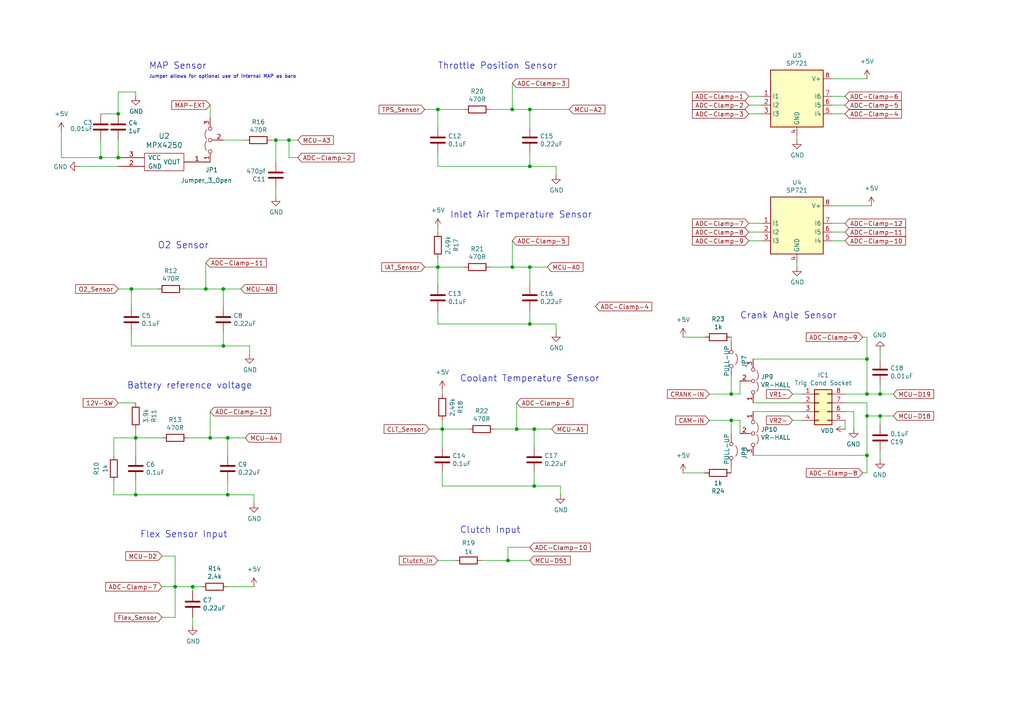
<source format=kicad_sch>
(kicad_sch (version 20231120) (generator "eeschema") (generator_version "8.0")
  (paper "A4")
  (lib_symbols
    (symbol "Connector_Generic:Conn_02x04_Counter_Clockwise" (pin_names (offset 1.016) hide)
      (property "Reference" "J" (at 1.27 5.08 0))
      (property "Value" "Conn_02x04_Counter_Clockwise" (at 1.27 -7.62 0))
      (symbol "Conn_02x04_Counter_Clockwise_1_1"
        (rectangle (start -1.27 -4.953) (end 0 -5.207) (stroke (width 0.1524)))
        (rectangle (start -1.27 -2.413) (end 0 -2.667) (stroke (width 0.1524)))
        (rectangle (start -1.27 0.127) (end 0 -0.127) (stroke (width 0.1524)))
        (rectangle (start -1.27 2.667) (end 0 2.413) (stroke (width 0.1524)))
        (rectangle (start -1.27 3.81) (end 3.81 -6.35) (stroke (width 0.254)) (fill (type background)))
        (rectangle (start 3.81 -4.953) (end 2.54 -5.207) (stroke (width 0.1524)))
        (rectangle (start 3.81 -2.413) (end 2.54 -2.667) (stroke (width 0.1524)))
        (rectangle (start 3.81 0.127) (end 2.54 -0.127) (stroke (width 0.1524)))
        (rectangle (start 3.81 2.667) (end 2.54 2.413) (stroke (width 0.1524)))
        (pin passive line (at -5.08 2.54 0) (length 3.81) (name "Pin_1") (number "1"))
        (pin passive line (at -5.08 0 0) (length 3.81) (name "Pin_2") (number "2"))
        (pin passive line (at -5.08 -2.54 0) (length 3.81) (name "Pin_3") (number "3"))
        (pin passive line (at -5.08 -5.08 0) (length 3.81) (name "Pin_4") (number "4"))
        (pin passive line (at 7.62 -5.08 180) (length 3.81) (name "Pin_5") (number "5"))
        (pin passive line (at 7.62 -2.54 180) (length 3.81) (name "Pin_6") (number "6"))
        (pin passive line (at 7.62 0 180) (length 3.81) (name "Pin_7") (number "7"))
        (pin passive line (at 7.62 2.54 180) (length 3.81) (name "Pin_8") (number "8"))
      )
    )
    (symbol "Device:C" (pin_numbers hide) (pin_names (offset 0.254))
      (property "Reference" "C" (at 0.635 2.54 0))
      (property "Value" "C" (at 0.635 -2.54 0))
      (symbol "C_0_1"
        (polyline (pts (xy -2.032 -0.762) (xy 2.032 -0.762)) (stroke (width 0.508)))
        (polyline (pts (xy -2.032 0.762) (xy 2.032 0.762)) (stroke (width 0.508)))
      )
      (symbol "C_1_1"
        (pin passive line (at 0 3.81 270) (length 2.794) (name "~") (number "1"))
        (pin passive line (at 0 -3.81 90) (length 2.794) (name "~") (number "2"))
      )
    )
    (symbol "Device:R" (pin_numbers hide) (pin_names (offset 0))
      (property "Reference" "R" (at 2.032 0 90))
      (property "Value" "R" (at 0 0 90))
      (symbol "R_0_1"
        (rectangle (start -1.016 -2.54) (end 1.016 2.54) (stroke (width 0.254)))
      )
      (symbol "R_1_1"
        (pin passive line (at 0 3.81 270) (length 1.27) (name "~") (number "1"))
        (pin passive line (at 0 -3.81 90) (length 1.27) (name "~") (number "2"))
      )
    )
    (symbol "IC_Automotive:SP721"
      (property "Reference" "U" (at 0 15.875 0))
      (property "Value" "IC_Automotive_SP721" (at 0 13.97 0))
      (symbol "SP721_0_1"
        (rectangle (start -7.62 -3.81) (end 7.62 12.7) (stroke (width 0.254)) (fill (type background)))
      )
      (symbol "SP721_1_1"
        (pin input line (at -10.16 5.08 0) (length 2.54) (name "I1") (number "1"))
        (pin input line (at -10.16 2.54 0) (length 2.54) (name "I2") (number "2"))
        (pin input line (at -10.16 0 0) (length 2.54) (name "I3") (number "3"))
        (pin power_in line (at 0 -6.35 90) (length 2.54) (name "GND") (number "4"))
        (pin input line (at 10.16 0 180) (length 2.54) (name "I4") (number "5"))
        (pin input line (at 10.16 2.54 180) (length 2.54) (name "I5") (number "6"))
        (pin input line (at 10.16 5.08 180) (length 2.54) (name "I6") (number "7"))
        (pin power_in line (at 10.16 10.16 180) (length 2.54) (name "V+") (number "8"))
      )
    )
    (symbol "Jumper:Jumper_2_Open" (pin_numbers hide) (pin_names (offset 0) hide) (exclude_from_sim yes)
      (property "Reference" "JP" (at 0 2.794 0))
      (property "Value" "Jumper_2_Open" (at 0 -2.286 0))
      (symbol "Jumper_2_Open_0_0"
        (circle (center -2.032 0) (radius 0.508))
        (circle (center 2.032 0) (radius 0.508))
      )
      (symbol "Jumper_2_Open_0_1"
        (arc (start 1.524 1.27) (mid 0 1.778) (end -1.524 1.27))
      )
      (symbol "Jumper_2_Open_1_1"
        (pin passive line (at -5.08 0 0) (length 2.54) (name "A") (number "1"))
        (pin passive line (at 5.08 0 180) (length 2.54) (name "B") (number "2"))
      )
    )
    (symbol "Jumper:Jumper_3_Open" (pin_names (offset 0) hide) (exclude_from_sim yes) (in_bom no)
      (property "Reference" "JP" (at -2.54 -2.54 0))
      (property "Value" "Jumper_3_Open" (at 0 2.794 0))
      (symbol "Jumper_3_Open_0_0"
        (circle (center -3.302 0) (radius 0.508))
        (circle (center 0 0) (radius 0.508))
        (circle (center 3.302 0) (radius 0.508))
      )
      (symbol "Jumper_3_Open_0_1"
        (arc (start -0.254 1.016) (mid -1.651 1.4992) (end -3.048 1.016))
        (polyline (pts (xy 0 -0.508) (xy 0 -1.27)))
        (arc (start 3.048 1.016) (mid 1.651 1.4992) (end 0.254 1.016))
      )
      (symbol "Jumper_3_Open_1_1"
        (pin passive line (at -6.35 0 0) (length 2.54) (name "A") (number "1"))
        (pin passive line (at 0 -3.81 90) (length 2.54) (name "C") (number "2"))
        (pin passive line (at 6.35 0 180) (length 2.54) (name "B") (number "3"))
      )
    )
    (symbol "power:+5V" (power) (pin_numbers hide) (pin_names (offset 0) hide)
      (property "Value" "+5V" (at 0 3.556 0))
      (symbol "+5V_0_1"
        (polyline (pts (xy -0.762 1.27) (xy 0 2.54)))
        (polyline (pts (xy 0 0) (xy 0 2.54)))
        (polyline (pts (xy 0 2.54) (xy 0.762 1.27)))
      )
      (symbol "+5V_1_1"
        (pin power_in line (at 0 0 90) (length 0) (name "~") (number "1"))
      )
    )
    (symbol "power:GND" (power) (pin_numbers hide) (pin_names (offset 0) hide)
      (property "Value" "GND" (at 0 -3.81 0))
      (symbol "GND_0_1"
        (polyline (pts (xy 0 0) (xy 0 -1.27) (xy 1.27 -1.27) (xy 0 -2.54) (xy -1.27 -1.27) (xy 0 -1.27)))
      )
      (symbol "GND_1_1"
        (pin power_in line (at 0 0 270) (length 0) (name "~") (number "1"))
      )
    )
    (symbol "power:VDD" (power) (pin_numbers hide) (pin_names (offset 0) hide)
      (property "Value" "VDD" (at 0 3.556 0))
      (symbol "VDD_0_1"
        (polyline (pts (xy -0.762 1.27) (xy 0 2.54)))
        (polyline (pts (xy 0 0) (xy 0 2.54)))
        (polyline (pts (xy 0 2.54) (xy 0.762 1.27)))
      )
      (symbol "VDD_1_1"
        (pin power_in line (at 0 0 90) (length 0) (name "~") (number "1"))
      )
    )
    (symbol "v0.4.3d-rescue:MPX4250-Misc-v0.4.4c-rescue" (pin_names (offset 1.016))
      (property "Reference" "U" (at 3.81 -3.81 0))
      (property "Value" "MPX4250-Misc-v0.4.4c-rescue" (at -1.27 3.81 0))
      (symbol "MPX4250-Misc-v0.4.4c-rescue_0_1"
        (rectangle (start -6.35 2.54) (end 5.08 -2.54))
      )
      (symbol "MPX4250-Misc-v0.4.4c-rescue_1_1"
        (pin output line (at 12.7 0 180) (length 7.62) (name "VOUT") (number "1"))
        (pin power_in line (at -13.97 -1.27 0) (length 7.62) (name "GND") (number "2"))
        (pin power_in line (at -13.97 1.27 0) (length 7.62) (name "VCC") (number "3"))
      )
    )
  )
  (junction (at 251.46 132.08))
  (junction (at 34.29 33.02))
  (junction (at 127 31.75))
  (junction (at 255.27 120.65))
  (junction (at 50.8 170.18))
  (junction (at 147.32 162.56))
  (junction (at 60.96 127))
  (junction (at 251.46 104.14))
  (junction (at 64.77 83.82))
  (junction (at 39.37 143.51))
  (junction (at 59.69 83.82))
  (junction (at 212.09 121.92))
  (junction (at 64.77 100.33))
  (junction (at 80.01 40.64))
  (junction (at 251.46 114.3))
  (junction (at 66.04 143.51))
  (junction (at 83.82 40.64))
  (junction (at 212.09 114.3))
  (junction (at 29.21 45.72))
  (junction (at 38.1 83.82))
  (junction (at 255.27 114.3))
  (junction (at 148.59 77.47))
  (junction (at 154.94 124.46))
  (junction (at 39.37 127))
  (junction (at 251.46 120.65))
  (junction (at 149.86 124.46))
  (junction (at 153.67 77.47))
  (junction (at 66.04 127))
  (junction (at 34.29 45.72))
  (junction (at 148.59 31.75))
  (junction (at 55.88 170.18))
  (junction (at 153.67 93.98))
  (junction (at 153.67 31.75))
  (junction (at 153.67 48.26))
  (junction (at 128.27 124.46))
  (junction (at 127 77.47))
  (junction (at 154.94 140.97))
  (wire (pts (xy 214.63 114.3) (xy 214.63 110.49)))
  (wire (pts (xy 66.04 127) (xy 66.04 132.08)))
  (wire (pts (xy 127 48.26) (xy 153.67 48.26)))
  (wire (pts (xy 212.09 97.79) (xy 212.09 99.06)))
  (wire (pts (xy 80.01 54.61) (xy 80.01 57.15)))
  (wire (pts (xy 64.77 40.64) (xy 71.12 40.64)))
  (wire (pts (xy 33.02 143.51) (xy 39.37 143.51)))
  (wire (pts (xy 255.27 101.6) (xy 255.27 104.14)))
  (wire (pts (xy 231.14 40.64) (xy 231.14 39.37)))
  (wire (pts (xy 220.98 67.31) (xy 217.17 67.31)))
  (wire (pts (xy 64.77 100.33) (xy 72.39 100.33)))
  (wire (pts (xy 251.46 132.08) (xy 251.46 120.65)))
  (wire (pts (xy 153.67 48.26) (xy 161.29 48.26)))
  (wire (pts (xy 250.19 137.16) (xy 251.46 137.16)))
  (wire (pts (xy 217.17 64.77) (xy 220.98 64.77)))
  (wire (pts (xy 39.37 139.7) (xy 39.37 143.51)))
  (wire (pts (xy 46.99 161.29) (xy 50.8 161.29)))
  (wire (pts (xy 259.08 114.3) (xy 255.27 114.3)))
  (wire (pts (xy 128.27 121.92) (xy 128.27 124.46)))
  (wire (pts (xy 251.46 120.65) (xy 251.46 116.84)))
  (wire (pts (xy 153.67 90.17) (xy 153.67 93.98)))
  (wire (pts (xy 50.8 170.18) (xy 46.99 170.18)))
  (wire (pts (xy 220.98 30.48) (xy 217.17 30.48)))
  (wire (pts (xy 251.46 22.86) (xy 241.3 22.86)))
  (wire (pts (xy 229.87 114.3) (xy 232.41 114.3)))
  (wire (pts (xy 39.37 26.67) (xy 34.29 26.67)))
  (wire (pts (xy 39.37 132.08) (xy 39.37 127)))
  (wire (pts (xy 39.37 143.51) (xy 66.04 143.51)))
  (wire (pts (xy 198.12 97.79) (xy 204.47 97.79)))
  (wire (pts (xy 154.94 124.46) (xy 154.94 129.54)))
  (wire (pts (xy 38.1 96.52) (xy 38.1 100.33)))
  (wire (pts (xy 241.3 67.31) (xy 245.11 67.31)))
  (wire (pts (xy 148.59 24.13) (xy 148.59 31.75)))
  (wire (pts (xy 128.27 137.16) (xy 128.27 140.97)))
  (wire (pts (xy 71.12 127) (xy 66.04 127)))
  (wire (pts (xy 251.46 114.3) (xy 255.27 114.3)))
  (wire (pts (xy 127 36.83) (xy 127 31.75)))
  (wire (pts (xy 250.19 97.79) (xy 251.46 97.79)))
  (wire (pts (xy 128.27 124.46) (xy 135.89 124.46)))
  (wire (pts (xy 54.61 127) (xy 60.96 127)))
  (wire (pts (xy 64.77 96.52) (xy 64.77 100.33)))
  (wire (pts (xy 55.88 170.18) (xy 50.8 170.18)))
  (wire (pts (xy 154.94 137.16) (xy 154.94 140.97)))
  (wire (pts (xy 241.3 27.94) (xy 245.11 27.94)))
  (wire (pts (xy 38.1 100.33) (xy 64.77 100.33)))
  (wire (pts (xy 66.04 170.18) (xy 73.66 170.18)))
  (wire (pts (xy 59.69 76.2) (xy 59.69 83.82)))
  (wire (pts (xy 64.77 83.82) (xy 64.77 88.9)))
  (wire (pts (xy 46.99 179.07) (xy 50.8 179.07)))
  (wire (pts (xy 34.29 26.67) (xy 34.29 33.02)))
  (wire (pts (xy 66.04 143.51) (xy 73.66 143.51)))
  (wire (pts (xy 149.86 116.84) (xy 149.86 124.46)))
  (wire (pts (xy 73.66 143.51) (xy 73.66 146.05)))
  (wire (pts (xy 251.46 104.14) (xy 251.46 114.3)))
  (wire (pts (xy 255.27 114.3) (xy 255.27 111.76)))
  (wire (pts (xy 212.09 114.3) (xy 214.63 114.3)))
  (wire (pts (xy 217.17 33.02) (xy 220.98 33.02)))
  (wire (pts (xy 229.87 121.92) (xy 232.41 121.92)))
  (wire (pts (xy 59.69 83.82) (xy 64.77 83.82)))
  (wire (pts (xy 158.75 77.47) (xy 153.67 77.47)))
  (wire (pts (xy 128.27 113.03) (xy 128.27 114.3)))
  (wire (pts (xy 245.11 30.48) (xy 241.3 30.48)))
  (wire (pts (xy 252.73 59.69) (xy 241.3 59.69)))
  (wire (pts (xy 143.51 124.46) (xy 149.86 124.46)))
  (wire (pts (xy 80.01 40.64) (xy 83.82 40.64)))
  (wire (pts (xy 247.65 119.38) (xy 247.65 124.46)))
  (wire (pts (xy 50.8 161.29) (xy 50.8 170.18)))
  (wire (pts (xy 205.74 114.3) (xy 212.09 114.3)))
  (wire (pts (xy 123.19 31.75) (xy 127 31.75)))
  (wire (pts (xy 29.21 33.02) (xy 34.29 33.02)))
  (wire (pts (xy 22.86 48.26) (xy 34.29 48.26)))
  (wire (pts (xy 139.7 162.56) (xy 147.32 162.56)))
  (wire (pts (xy 127 162.56) (xy 132.08 162.56)))
  (wire (pts (xy 80.01 46.99) (xy 80.01 40.64)))
  (wire (pts (xy 34.29 45.72) (xy 34.29 40.64)))
  (wire (pts (xy 165.1 31.75) (xy 153.67 31.75)))
  (wire (pts (xy 231.14 76.2) (xy 231.14 77.47)))
  (wire (pts (xy 154.94 140.97) (xy 162.56 140.97)))
  (wire (pts (xy 162.56 140.97) (xy 162.56 143.51)))
  (wire (pts (xy 245.11 114.3) (xy 251.46 114.3)))
  (wire (pts (xy 86.36 45.72) (xy 83.82 45.72)))
  (wire (pts (xy 245.11 69.85) (xy 241.3 69.85)))
  (wire (pts (xy 198.12 137.16) (xy 204.47 137.16)))
  (wire (pts (xy 128.27 129.54) (xy 128.27 124.46)))
  (wire (pts (xy 39.37 26.67) (xy 39.37 27.94)))
  (wire (pts (xy 128.27 140.97) (xy 154.94 140.97)))
  (wire (pts (xy 127 66.04) (xy 127 67.31)))
  (wire (pts (xy 17.78 45.72) (xy 29.21 45.72)))
  (wire (pts (xy 33.02 139.7) (xy 33.02 143.51)))
  (wire (pts (xy 127 93.98) (xy 153.67 93.98)))
  (wire (pts (xy 217.17 27.94) (xy 220.98 27.94)))
  (wire (pts (xy 60.96 127) (xy 66.04 127)))
  (wire (pts (xy 127 90.17) (xy 127 93.98)))
  (wire (pts (xy 55.88 181.61) (xy 55.88 179.07)))
  (wire (pts (xy 83.82 40.64) (xy 86.36 40.64)))
  (wire (pts (xy 259.08 120.65) (xy 255.27 120.65)))
  (wire (pts (xy 147.32 162.56) (xy 153.67 162.56)))
  (wire (pts (xy 255.27 120.65) (xy 255.27 123.19)))
  (wire (pts (xy 148.59 31.75) (xy 153.67 31.75)))
  (wire (pts (xy 251.46 120.65) (xy 255.27 120.65)))
  (wire (pts (xy 212.09 121.92) (xy 214.63 121.92)))
  (wire (pts (xy 66.04 139.7) (xy 66.04 143.51)))
  (wire (pts (xy 148.59 77.47) (xy 153.67 77.47)))
  (wire (pts (xy 161.29 48.26) (xy 161.29 50.8)))
  (wire (pts (xy 212.09 125.73) (xy 212.09 121.92)))
  (wire (pts (xy 153.67 31.75) (xy 153.67 36.83)))
  (wire (pts (xy 245.11 64.77) (xy 241.3 64.77)))
  (wire (pts (xy 255.27 133.35) (xy 255.27 130.81)))
  (wire (pts (xy 38.1 83.82) (xy 45.72 83.82)))
  (wire (pts (xy 245.11 119.38) (xy 247.65 119.38)))
  (wire (pts (xy 153.67 93.98) (xy 161.29 93.98)))
  (wire (pts (xy 217.17 69.85) (xy 220.98 69.85)))
  (wire (pts (xy 218.44 132.08) (xy 251.46 132.08)))
  (wire (pts (xy 127 82.55) (xy 127 77.47)))
  (wire (pts (xy 241.3 33.02) (xy 245.11 33.02)))
  (wire (pts (xy 153.67 77.47) (xy 153.67 82.55)))
  (wire (pts (xy 124.46 124.46) (xy 128.27 124.46)))
  (wire (pts (xy 153.67 44.45) (xy 153.67 48.26)))
  (wire (pts (xy 69.85 83.82) (xy 64.77 83.82)))
  (wire (pts (xy 251.46 116.84) (xy 245.11 116.84)))
  (wire (pts (xy 148.59 69.85) (xy 148.59 77.47)))
  (wire (pts (xy 251.46 97.79) (xy 251.46 104.14)))
  (wire (pts (xy 72.39 100.33) (xy 72.39 102.87)))
  (wire (pts (xy 123.19 77.47) (xy 127 77.47)))
  (wire (pts (xy 218.44 104.14) (xy 251.46 104.14)))
  (wire (pts (xy 205.74 121.92) (xy 212.09 121.92)))
  (wire (pts (xy 142.24 77.47) (xy 148.59 77.47)))
  (wire (pts (xy 161.29 93.98) (xy 161.29 96.52)))
  (wire (pts (xy 53.34 83.82) (xy 59.69 83.82)))
  (wire (pts (xy 127 77.47) (xy 134.62 77.47)))
  (wire (pts (xy 29.21 45.72) (xy 34.29 45.72)))
  (wire (pts (xy 218.44 119.38) (xy 232.41 119.38)))
  (wire (pts (xy 83.82 45.72) (xy 83.82 40.64)))
  (wire (pts (xy 251.46 137.16) (xy 251.46 132.08)))
  (wire (pts (xy 142.24 31.75) (xy 148.59 31.75)))
  (wire (pts (xy 212.09 135.89) (xy 212.09 137.16)))
  (wire (pts (xy 127 31.75) (xy 134.62 31.75)))
  (wire (pts (xy 38.1 88.9) (xy 38.1 83.82)))
  (wire (pts (xy 39.37 124.46) (xy 39.37 127)))
  (wire (pts (xy 127 44.45) (xy 127 48.26)))
  (wire (pts (xy 218.44 116.84) (xy 232.41 116.84)))
  (wire (pts (xy 60.96 119.38) (xy 60.96 127)))
  (wire (pts (xy 127 74.93) (xy 127 77.47)))
  (wire (pts (xy 39.37 127) (xy 46.99 127)))
  (wire (pts (xy 245.11 121.92) (xy 245.11 124.46)))
  (wire (pts (xy 33.02 132.08) (xy 33.02 127)))
  (wire (pts (xy 34.29 83.82) (xy 38.1 83.82)))
  (wire (pts (xy 147.32 158.75) (xy 147.32 162.56)))
  (wire (pts (xy 214.63 121.92) (xy 214.63 125.73)))
  (wire (pts (xy 29.21 40.64) (xy 29.21 45.72)))
  (wire (pts (xy 153.67 158.75) (xy 147.32 158.75)))
  (wire (pts (xy 55.88 171.45) (xy 55.88 170.18)))
  (wire (pts (xy 212.09 109.22) (xy 212.09 114.3)))
  (wire (pts (xy 60.96 30.48) (xy 60.96 34.29)))
  (wire (pts (xy 50.8 179.07) (xy 50.8 170.18)))
  (wire (pts (xy 160.02 124.46) (xy 154.94 124.46)))
  (wire (pts (xy 78.74 40.64) (xy 80.01 40.64)))
  (wire (pts (xy 58.42 170.18) (xy 55.88 170.18)))
  (wire (pts (xy 33.02 127) (xy 39.37 127)))
  (wire (pts (xy 34.29 116.84) (xy 39.37 116.84)))
  (wire (pts (xy 17.78 45.72) (xy 17.78 38.1)))
  (wire (pts (xy 149.86 124.46) (xy 154.94 124.46)))
  (text "Battery reference voltage" (at 36.83 113.03 0) (effects (font (size 1.8796 1.8796)) (justify left bottom)))
  (text "Inlet Air Temperature Sensor" (at 130.556 63.5 0) (effects (font (size 1.8796 1.8796)) (justify left bottom)))
  (text "Throttle Position Sensor" (at 127 20.32 0) (effects (font (size 1.8796 1.8796)) (justify left bottom)))
  (text "MAP Sensor" (at 43.18 20.32 0) (effects (font (size 1.8796 1.8796)) (justify left bottom)))
  (text "Jumper allows for optional use of internal MAP as baro" (at 43.18 22.86 0) (effects (font (size 0.9906 0.9906)) (justify left bottom)))
  (text "Coolant Temperature Sensor" (at 133.35 110.998 0) (effects (font (size 1.8796 1.8796)) (justify left bottom)))
  (text "Flex Sensor Input" (at 40.64 156.21 0) (effects (font (size 1.8796 1.8796)) (justify left bottom)))
  (text "Clutch Input" (at 133.35 154.94 0) (effects (font (size 1.8796 1.8796)) (justify left bottom)))
  (text "O2 Sensor" (at 45.72 72.39 0) (effects (font (size 1.8796 1.8796)) (justify left bottom)))
  (text "Crank Angle Sensor" (at 214.63 92.71 0) (effects (font (size 1.8796 1.8796)) (justify left bottom)))
  (global_label "Flex_Sensor" (shape input) (at 46.99 179.07 180) (property "Intersheetrefs" "${INTERSHEET_REFS}" (effects (hide yes))))
  (global_label "ADC-Clamp-11" (shape input) (at 245.11 67.31 0) (property "Intersheetrefs" "${INTERSHEET_REFS}" (effects (hide yes))))
  (global_label "Clutch_in" (shape input) (at 127 162.56 180) (property "Intersheetrefs" "${INTERSHEET_REFS}" (effects (hide yes))))
  (global_label "VR2-" (shape input) (at 229.87 121.92 180) (property "Intersheetrefs" "${INTERSHEET_REFS}" (effects (hide yes))))
  (global_label "ADC-Clamp-5" (shape input) (at 245.11 30.48 0) (property "Intersheetrefs" "${INTERSHEET_REFS}" (effects (hide yes))))
  (global_label "ADC-Clamp-4" (shape input) (at 245.11 33.02 0) (property "Intersheetrefs" "${INTERSHEET_REFS}" (effects (hide yes))))
  (global_label "MCU-A1" (shape input) (at 160.02 124.46 0) (property "Intersheetrefs" "${INTERSHEET_REFS}" (effects (hide yes))))
  (global_label "ADC-Clamp-11" (shape input) (at 59.69 76.2 0) (property "Intersheetrefs" "${INTERSHEET_REFS}" (effects (hide yes))))
  (global_label "MCU-A4" (shape input) (at 71.12 127 0) (property "Intersheetrefs" "${INTERSHEET_REFS}" (effects (hide yes))))
  (global_label "VR1-" (shape input) (at 229.87 114.3 180) (property "Intersheetrefs" "${INTERSHEET_REFS}" (effects (hide yes))))
  (global_label "MCU-A8" (shape input) (at 69.85 83.82 0) (property "Intersheetrefs" "${INTERSHEET_REFS}" (effects (hide yes))))
  (global_label "ADC-Clamp-5" (shape input) (at 148.59 69.85 0) (property "Intersheetrefs" "${INTERSHEET_REFS}" (effects (hide yes))))
  (global_label "ADC-Clamp-1" (shape input) (at 217.17 27.94 180) (property "Intersheetrefs" "${INTERSHEET_REFS}" (effects (hide yes))))
  (global_label "CLT_Sensor" (shape input) (at 124.46 124.46 180) (property "Intersheetrefs" "${INTERSHEET_REFS}" (effects (hide yes))))
  (global_label "MCU-D51" (shape input) (at 153.67 162.56 0) (property "Intersheetrefs" "${INTERSHEET_REFS}" (effects (hide yes))))
  (global_label "CRANK-IN" (shape input) (at 205.74 114.3 180) (property "Intersheetrefs" "${INTERSHEET_REFS}" (effects (hide yes))))
  (global_label "MCU-D2" (shape input) (at 46.99 161.29 180) (property "Intersheetrefs" "${INTERSHEET_REFS}" (effects (hide yes))))
  (global_label "12V-SW" (shape input) (at 34.29 116.84 180) (property "Intersheetrefs" "${INTERSHEET_REFS}" (effects (hide yes))))
  (global_label "ADC-Clamp-2" (shape input) (at 86.36 45.72 0) (property "Intersheetrefs" "${INTERSHEET_REFS}" (effects (hide yes))))
  (global_label "ADC-Clamp-2" (shape input) (at 217.17 30.48 180) (property "Intersheetrefs" "${INTERSHEET_REFS}" (effects (hide yes))))
  (global_label "MCU-A3" (shape input) (at 86.36 40.64 0) (property "Intersheetrefs" "${INTERSHEET_REFS}" (effects (hide yes))))
  (global_label "ADC-Clamp-7" (shape input) (at 217.17 64.77 180) (property "Intersheetrefs" "${INTERSHEET_REFS}" (effects (hide yes))))
  (global_label "ADC-Clamp-12" (shape input) (at 60.96 119.38 0) (property "Intersheetrefs" "${INTERSHEET_REFS}" (effects (hide yes))))
  (global_label "ADC-Clamp-10" (shape input) (at 245.11 69.85 0) (property "Intersheetrefs" "${INTERSHEET_REFS}" (effects (hide yes))))
  (global_label "ADC-Clamp-6" (shape input) (at 245.11 27.94 0) (property "Intersheetrefs" "${INTERSHEET_REFS}" (effects (hide yes))))
  (global_label "ADC-Clamp-6" (shape input) (at 149.86 116.84 0) (property "Intersheetrefs" "${INTERSHEET_REFS}" (effects (hide yes))))
  (global_label "ADC-Clamp-9" (shape input) (at 250.19 97.79 180) (property "Intersheetrefs" "${INTERSHEET_REFS}" (effects (hide yes))))
  (global_label "ADC-Clamp-9" (shape input) (at 217.17 69.85 180) (property "Intersheetrefs" "${INTERSHEET_REFS}" (effects (hide yes))))
  (global_label "IAT_Sensor" (shape input) (at 123.19 77.47 180) (property "Intersheetrefs" "${INTERSHEET_REFS}" (effects (hide yes))))
  (global_label "MCU-A2" (shape input) (at 165.1 31.75 0) (property "Intersheetrefs" "${INTERSHEET_REFS}" (effects (hide yes))))
  (global_label "MCU-D19" (shape input) (at 259.08 114.3 0) (property "Intersheetrefs" "${INTERSHEET_REFS}" (effects (hide yes))))
  (global_label "MCU-A0" (shape input) (at 158.75 77.47 0) (property "Intersheetrefs" "${INTERSHEET_REFS}" (effects (hide yes))))
  (global_label "ADC-Clamp-8" (shape input) (at 250.19 137.16 180) (property "Intersheetrefs" "${INTERSHEET_REFS}" (effects (hide yes))))
  (global_label "MAP-EXT" (shape input) (at 60.96 30.48 180) (property "Intersheetrefs" "${INTERSHEET_REFS}" (effects (hide yes))))
  (global_label "ADC-Clamp-12" (shape input) (at 245.11 64.77 0) (property "Intersheetrefs" "${INTERSHEET_REFS}" (effects (hide yes))))
  (global_label "ADC-Clamp-3" (shape input) (at 148.59 24.13 0) (property "Intersheetrefs" "${INTERSHEET_REFS}" (effects (hide yes))))
  (global_label "ADC-Clamp-4" (shape input) (at 172.72 88.9 0) (property "Intersheetrefs" "${INTERSHEET_REFS}" (effects (hide yes))))
  (global_label "CAM-IN" (shape input) (at 205.74 121.92 180) (property "Intersheetrefs" "${INTERSHEET_REFS}" (effects (hide yes))))
  (global_label "ADC-Clamp-10" (shape input) (at 153.67 158.75 0) (property "Intersheetrefs" "${INTERSHEET_REFS}" (effects (hide yes))))
  (global_label "MCU-D18" (shape input) (at 259.08 120.65 0) (property "Intersheetrefs" "${INTERSHEET_REFS}" (effects (hide yes))))
  (global_label "ADC-Clamp-7" (shape input) (at 46.99 170.18 180) (property "Intersheetrefs" "${INTERSHEET_REFS}" (effects (hide yes))))
  (global_label "TPS_Sensor" (shape input) (at 123.19 31.75 180) (property "Intersheetrefs" "${INTERSHEET_REFS}" (effects (hide yes))))
  (global_label "O2_Sensor" (shape input) (at 34.29 83.82 180) (property "Intersheetrefs" "${INTERSHEET_REFS}" (effects (hide yes))))
  (global_label "ADC-Clamp-8" (shape input) (at 217.17 67.31 180) (property "Intersheetrefs" "${INTERSHEET_REFS}" (effects (hide yes))))
  (global_label "ADC-Clamp-3" (shape input) (at 217.17 33.02 180) (property "Intersheetrefs" "${INTERSHEET_REFS}" (effects (hide yes))))
  (symbol (lib_id "Jumper:Jumper_2_Open") (at 212.09 130.81 270) (unit 1)
    (property "Reference" "JP8" (at 215.9 129.54 0) (effects (justify left)))
    (property "Value" "PULL-UP" (at 210.82 125.73 0) (effects (justify left)))
    (property "Footprint" "Connector_PinHeader_2.54mm:PinHeader_1x02_P2.54mm_Vertical" (effects (hide yes)))
    (property "Digikey Part Number" "952-2261-ND " (effects (hide yes)))
    (property "Manufacturer_Name" "Harwin Inc" (effects (hide yes)))
    (property "Manufacturer_Part_Number" "M20-9990245 " (effects (hide yes)))
    (property "URL" "https://www.digikey.com.au/products/en?keywords=M20-9990245" (effects (hide yes)))
  )
  (symbol (lib_id "power:+5V") (at 198.12 97.79 0) (unit 1)
    (property "Reference" "#PWR032" (effects (hide yes)))
    (property "Value" "+5V" (at 198.12 92.71 0))
    (property "Description" "Power symbol creates a global label with name \"+5V\"" (effects (hide yes)))
  )
  (symbol (lib_id "Device:R") (at 39.37 120.65 180) (unit 1)
    (property "Reference" "R11" (at 44.6278 120.65 90))
    (property "Value" "3.9k" (at 42.3164 120.65 90))
    (property "Footprint" "Resistor_THT:R_Axial_DIN0204_L3.6mm_D1.6mm_P5.08mm_Horizontal" (effects (hide yes)))
    (property "Digikey Part Number" "BC3272CT-ND" (effects (hide yes)))
    (property "Manufacturer_Name" "Vishay" (effects (hide yes)))
    (property "Manufacturer_Part_Number" "MBA02040C3901FCT00" (effects (hide yes)))
    (property "URL" "https://www.digikey.com.au/product-detail/en/vishay-beyschlag-draloric-bc-components/MBA02040C3901FCT00/BC3272CT-ND/6138775" (effects (hide yes)))
  )
  (symbol (lib_id "Device:R") (at 33.02 135.89 180) (unit 1)
    (property "Reference" "R10" (at 27.94 135.89 90))
    (property "Value" "1k" (at 30.48 135.89 90))
    (property "Footprint" "Resistor_THT:R_Axial_DIN0204_L3.6mm_D1.6mm_P5.08mm_Horizontal" (effects (hide yes)))
    (property "Digikey Part Number" "BC1.00KXCT-ND" (effects (hide yes)))
    (property "Manufacturer_Name" "Vishay" (effects (hide yes)))
    (property "Manufacturer_Part_Number" "MBA02040C1001FRP00" (effects (hide yes)))
  )
  (symbol (lib_id "Device:C") (at 38.1 92.71 0) (unit 1)
    (property "Reference" "C5" (at 41.021 91.5416 0) (effects (justify left)))
    (property "Value" "0.1uF" (at 41.021 93.853 0) (effects (justify left)))
    (property "Footprint" "Capacitor_THT:C_Disc_D5.0mm_W2.5mm_P2.50mm" (effects (hide yes)))
    (property "Digikey Part Number" "445-180563-1-ND" (effects (hide yes)))
    (property "Manufacturer_Name" "TDK" (effects (hide yes)))
    (property "Manufacturer_Part_Number" "FA18X8R1E104KNU06" (effects (hide yes)))
    (property "URL" "https://www.digikey.com.au/product-detail/en/tdk-corporation/FA18X8R1E104KNU06/445-180563-1-ND/9560689" (effects (hide yes)))
  )
  (symbol (lib_id "Device:C") (at 29.21 36.83 0) (unit 1)
    (property "Reference" "C3" (at 24.13 35.56 0) (effects (justify left)))
    (property "Value" "0.01uF" (at 20.32 37.338 0) (effects (justify left)))
    (property "Footprint" "Capacitor_THT:C_Disc_D5.0mm_W2.5mm_P2.50mm" (effects (hide yes)))
    (property "Digikey Part Number" "445-174244-1-ND" (effects (hide yes)))
    (property "Manufacturer_Name" "TDK" (effects (hide yes)))
    (property "Manufacturer_Part_Number" "FA18X7R1H103KNU06" (effects (hide yes)))
    (property "URL" "https://www.digikey.com.au/product-detail/en/tdk-corporation/FA18X7R1H103KNU06/445-174244-1-ND/5865002" (effects (hide yes)))
  )
  (symbol (lib_id "Device:R") (at 49.53 83.82 270) (unit 1)
    (property "Reference" "R12" (at 49.53 78.5622 90))
    (property "Value" "470R" (at 49.53 80.8736 90))
    (property "Footprint" "Resistor_THT:R_Axial_DIN0204_L3.6mm_D1.6mm_P5.08mm_Horizontal" (effects (hide yes)))
    (property "Manufacturer_Name" "Vishay" (effects (hide yes)))
    (property "Manufacturer_Part_Number" "MBA02040C4700FRP00" (effects (hide yes)))
    (property "URL" "https://www.digikey.com.au/product-detail/en/vishay-beyschlag-draloric-bc-components/MBA02040C4700FRP00/BC3516CT-ND/7350946" (effects (hide yes)))
    (property "Digikey Part Number" "BC3516CT-ND" (effects (hide yes)))
  )
  (symbol (lib_id "Device:R") (at 139.7 124.46 270) (unit 1)
    (property "Reference" "R22" (at 139.7 119.2022 90))
    (property "Value" "470R" (at 139.7 121.5136 90))
    (property "Footprint" "Resistor_THT:R_Axial_DIN0204_L3.6mm_D1.6mm_P5.08mm_Horizontal" (effects (hide yes)))
    (property "Manufacturer_Name" "Vishay" (effects (hide yes)))
    (property "Manufacturer_Part_Number" "MBA02040C4700FRP00" (effects (hide yes)))
    (property "URL" "https://www.digikey.com.au/product-detail/en/vishay-beyschlag-draloric-bc-components/MBA02040C4700FRP00/BC3516CT-ND/7350946" (effects (hide yes)))
    (property "Digikey Part Number" "BC3516CT-ND" (effects (hide yes)))
  )
  (symbol (lib_id "power:GND") (at 161.29 50.8 0) (unit 1)
    (property "Reference" "#PWR029" (effects (hide yes)))
    (property "Value" "GND" (at 161.417 55.1942 0))
  )
  (symbol (lib_id "Device:R") (at 208.28 137.16 270) (mirror x) (unit 1)
    (property "Reference" "R24" (at 208.28 142.4178 90))
    (property "Value" "1k" (at 208.28 140.1064 90))
    (property "Footprint" "Resistor_THT:R_Axial_DIN0204_L3.6mm_D1.6mm_P5.08mm_Horizontal" (effects (hide yes)))
    (property "Digikey Part Number" "BC1.00KXCT-ND" (effects (hide yes)))
    (property "Manufacturer_Name" "Vishay" (effects (hide yes)))
    (property "Manufacturer_Part_Number" "MBA02040C1001FRP00" (effects (hide yes)))
  )
  (symbol (lib_id "power:GND") (at 231.14 40.64 0) (unit 1)
    (property "Reference" "#PWR034" (effects (hide yes)))
    (property "Value" "GND" (at 231.267 45.0342 0))
  )
  (symbol (lib_id "Device:R") (at 138.43 31.75 270) (unit 1)
    (property "Reference" "R20" (at 138.43 26.4922 90))
    (property "Value" "470R" (at 138.43 28.8036 90))
    (property "Footprint" "Resistor_THT:R_Axial_DIN0204_L3.6mm_D1.6mm_P5.08mm_Horizontal" (effects (hide yes)))
    (property "Manufacturer_Name" "Vishay" (effects (hide yes)))
    (property "Manufacturer_Part_Number" "MBA02040C4700FRP00" (effects (hide yes)))
    (property "URL" "https://www.digikey.com.au/product-detail/en/vishay-beyschlag-draloric-bc-components/MBA02040C4700FRP00/BC3516CT-ND/7350946" (effects (hide yes)))
    (property "Digikey Part Number" "BC3516CT-ND" (effects (hide yes)))
  )
  (symbol (lib_id "Device:C") (at 34.29 36.83 0) (unit 1)
    (property "Reference" "C4" (at 37.211 35.6616 0) (effects (justify left)))
    (property "Value" "1uF" (at 37.211 37.973 0) (effects (justify left)))
    (property "Footprint" "Capacitor_THT:C_Disc_D5.0mm_W2.5mm_P2.50mm" (effects (hide yes)))
    (property "Digikey Part Number" "445-180543-1-ND" (effects (hide yes)))
    (property "Manufacturer_Name" "TDK" (effects (hide yes)))
    (property "Manufacturer_Part_Number" "FA18X7R1E105KRU06" (effects (hide yes)))
    (property "URL" "https://www.digikey.com.au/product-detail/en/tdk-corporation/FA18X7R1E105KRU06/445-180543-1-ND/9560669" (effects (hide yes)))
  )
  (symbol (lib_id "Jumper:Jumper_2_Open") (at 212.09 104.14 270) (mirror x) (unit 1)
    (property "Reference" "JP7" (at 215.9 106.68 0) (effects (justify left)))
    (property "Value" "PULL-UP" (at 210.82 109.22 0) (effects (justify left)))
    (property "Footprint" "Connector_PinHeader_2.54mm:PinHeader_1x02_P2.54mm_Vertical" (effects (hide yes)))
    (property "Digikey Part Number" "952-2261-ND " (effects (hide yes)))
    (property "Manufacturer_Name" "Harwin Inc" (effects (hide yes)))
    (property "Manufacturer_Part_Number" "M20-9990245 " (effects (hide yes)))
    (property "URL" "https://www.digikey.com.au/products/en?keywords=M20-9990245" (effects (hide yes)))
  )
  (symbol (lib_id "Device:C") (at 127 86.36 0) (unit 1)
    (property "Reference" "C13" (at 129.921 85.1916 0) (effects (justify left)))
    (property "Value" "0.1uF" (at 129.921 87.503 0) (effects (justify left)))
    (property "Footprint" "Capacitor_THT:C_Disc_D5.0mm_W2.5mm_P2.50mm" (effects (hide yes)))
    (property "Digikey Part Number" "445-180563-1-ND" (effects (hide yes)))
    (property "Manufacturer_Name" "TDK" (effects (hide yes)))
    (property "Manufacturer_Part_Number" "FA18X8R1E104KNU06" (effects (hide yes)))
    (property "URL" "https://www.digikey.com.au/product-detail/en/tdk-corporation/FA18X8R1E104KNU06/445-180563-1-ND/9560689" (effects (hide yes)))
  )
  (symbol (lib_id "power:GND") (at 255.27 101.6 180) (unit 1)
    (property "Reference" "#PWR040" (effects (hide yes)))
    (property "Value" "GND" (at 255.143 97.2058 0))
  )
  (symbol (lib_id "Jumper:Jumper_3_Open") (at 218.44 110.49 270) (mirror x) (unit 1)
    (property "Reference" "JP9" (at 220.6498 109.3216 90) (effects (justify left)))
    (property "Value" "VR-HALL" (at 220.6498 111.633 90) (effects (justify left)))
    (property "Footprint" "Connector_PinHeader_2.54mm:PinHeader_1x03_P2.54mm_Vertical" (effects (hide yes)))
    (property "Digikey Part Number" "952-2263-ND " (effects (hide yes)))
    (property "Manufacturer_Name" "Harwin Inc" (effects (hide yes)))
    (property "Manufacturer_Part_Number" "M20-9990345" (effects (hide yes)))
    (property "URL" "https://www.digikey.com.au/products/en?keywords=M20-9990345" (effects (hide yes)))
  )
  (symbol (lib_id "power:GND") (at 231.14 77.47 0) (unit 1)
    (property "Reference" "#PWR035" (effects (hide yes)))
    (property "Value" "GND" (at 231.267 81.8642 0))
  )
  (symbol (lib_id "Device:C") (at 64.77 92.71 0) (unit 1)
    (property "Reference" "C8" (at 67.691 91.5416 0) (effects (justify left)))
    (property "Value" "0.22uF" (at 67.691 93.853 0) (effects (justify left)))
    (property "Footprint" "Capacitor_THT:C_Disc_D5.0mm_W2.5mm_P2.50mm" (effects (hide yes)))
    (property "Digikey Part Number" "445-180564-1-ND" (effects (hide yes)))
    (property "Manufacturer_Name" "TDK" (effects (hide yes)))
    (property "Manufacturer_Part_Number" "FA18X8R1E224KRU06" (effects (hide yes)))
    (property "URL" "https://www.digikey.com.au/product-detail/en/tdk-corporation/FA18X8R1E224KRU06/445-180564-1-ND/9560690" (effects (hide yes)))
  )
  (symbol (lib_id "Device:C") (at 255.27 127 0) (mirror x) (unit 1)
    (property "Reference" "C19" (at 258.191 128.1684 0) (effects (justify left)))
    (property "Value" "0.1uF" (at 258.191 125.857 0) (effects (justify left)))
    (property "Footprint" "Capacitor_THT:C_Disc_D5.0mm_W2.5mm_P2.50mm" (effects (hide yes)))
    (property "Digikey Part Number" "445-180563-1-ND" (effects (hide yes)))
    (property "Manufacturer_Name" "TDK" (effects (hide yes)))
    (property "Manufacturer_Part_Number" "FA18X8R1E104KNU06" (effects (hide yes)))
    (property "URL" "https://www.digikey.com.au/product-detail/en/tdk-corporation/FA18X8R1E104KNU06/445-180563-1-ND/9560689" (effects (hide yes)))
  )
  (symbol (lib_id "Device:C") (at 55.88 175.26 0) (unit 1)
    (property "Reference" "C7" (at 58.801 174.0916 0) (effects (justify left)))
    (property "Value" "0.22uF" (at 58.801 176.403 0) (effects (justify left)))
    (property "Footprint" "Capacitor_THT:C_Disc_D5.0mm_W2.5mm_P2.50mm" (effects (hide yes)))
    (property "Digikey Part Number" "445-180564-1-ND" (effects (hide yes)))
    (property "Manufacturer_Name" "TDK" (effects (hide yes)))
    (property "Manufacturer_Part_Number" "FA18X8R1E224KRU06" (effects (hide yes)))
    (property "URL" "https://www.digikey.com.au/product-detail/en/tdk-corporation/FA18X8R1E224KRU06/445-180564-1-ND/9560690" (effects (hide yes)))
  )
  (symbol (lib_id "Device:R") (at 208.28 97.79 270) (unit 1)
    (property "Reference" "R23" (at 208.28 92.5322 90))
    (property "Value" "1k" (at 208.28 94.8436 90))
    (property "Footprint" "Resistor_THT:R_Axial_DIN0204_L3.6mm_D1.6mm_P5.08mm_Horizontal" (effects (hide yes)))
    (property "Digikey Part Number" "BC1.00KXCT-ND" (effects (hide yes)))
    (property "Manufacturer_Name" "Vishay" (effects (hide yes)))
    (property "Manufacturer_Part_Number" "MBA02040C1001FRP00" (effects (hide yes)))
  )
  (symbol (lib_id "power:GND") (at 73.66 146.05 0) (unit 1)
    (property "Reference" "#PWR024" (effects (hide yes)))
    (property "Value" "GND" (at 73.787 150.4442 0))
  )
  (symbol (lib_id "Device:C") (at 39.37 135.89 0) (unit 1)
    (property "Reference" "C6" (at 42.291 134.7216 0) (effects (justify left)))
    (property "Value" "0.1uF" (at 42.291 137.033 0) (effects (justify left)))
    (property "Footprint" "Capacitor_THT:C_Disc_D5.0mm_W2.5mm_P2.50mm" (effects (hide yes)))
    (property "Digikey Part Number" "445-180563-1-ND" (effects (hide yes)))
    (property "Manufacturer_Name" "TDK" (effects (hide yes)))
    (property "Manufacturer_Part_Number" "FA18X8R1E104KNU06" (effects (hide yes)))
    (property "URL" "https://www.digikey.com.au/product-detail/en/tdk-corporation/FA18X8R1E104KNU06/445-180563-1-ND/9560689" (effects (hide yes)))
  )
  (symbol (lib_id "power:+5V") (at 252.73 59.69 0) (unit 1)
    (property "Reference" "#PWR037" (effects (hide yes)))
    (property "Value" "+5V" (at 252.73 54.61 0))
    (property "Description" "Power symbol creates a global label with name \"+5V\"" (effects (hide yes)))
  )
  (symbol (lib_id "Device:C") (at 127 40.64 0) (unit 1)
    (property "Reference" "C12" (at 129.921 39.4716 0) (effects (justify left)))
    (property "Value" "0.1uF" (at 129.921 41.783 0) (effects (justify left)))
    (property "Footprint" "Capacitor_THT:C_Disc_D5.0mm_W2.5mm_P2.50mm" (effects (hide yes)))
    (property "Digikey Part Number" "445-180563-1-ND" (effects (hide yes)))
    (property "Manufacturer_Name" "TDK" (effects (hide yes)))
    (property "Manufacturer_Part_Number" "FA18X8R1E104KNU06" (effects (hide yes)))
    (property "URL" "https://www.digikey.com.au/product-detail/en/tdk-corporation/FA18X8R1E104KNU06/445-180563-1-ND/9560689" (effects (hide yes)))
  )
  (symbol (lib_id "Device:R") (at 74.93 40.64 270) (unit 1)
    (property "Reference" "R16" (at 74.93 35.3822 90))
    (property "Value" "470R" (at 74.93 37.6936 90))
    (property "Footprint" "Resistor_THT:R_Axial_DIN0204_L3.6mm_D1.6mm_P5.08mm_Horizontal" (effects (hide yes)))
    (property "Manufacturer_Name" "Vishay" (effects (hide yes)))
    (property "Manufacturer_Part_Number" "MBA02040C4700FRP00" (effects (hide yes)))
    (property "URL" "https://www.digikey.com.au/product-detail/en/vishay-beyschlag-draloric-bc-components/MBA02040C4700FRP00/BC3516CT-ND/7350946" (effects (hide yes)))
    (property "Digikey Part Number" "BC3516CT-ND" (effects (hide yes)))
  )
  (symbol (lib_id "Device:C") (at 153.67 40.64 0) (unit 1)
    (property "Reference" "C15" (at 156.591 39.4716 0) (effects (justify left)))
    (property "Value" "0.22uF" (at 156.591 41.783 0) (effects (justify left)))
    (property "Footprint" "Capacitor_THT:C_Disc_D5.0mm_W2.5mm_P2.50mm" (effects (hide yes)))
    (property "Digikey Part Number" "445-180564-1-ND" (effects (hide yes)))
    (property "Manufacturer_Name" "TDK" (effects (hide yes)))
    (property "Manufacturer_Part_Number" "FA18X8R1E224KRU06" (effects (hide yes)))
    (property "URL" "https://www.digikey.com.au/product-detail/en/tdk-corporation/FA18X8R1E224KRU06/445-180564-1-ND/9560690" (effects (hide yes)))
  )
  (symbol (lib_id "power:GND") (at 55.88 181.61 0) (unit 1)
    (property "Reference" "#PWR021" (effects (hide yes)))
    (property "Value" "GND" (at 56.007 186.0042 0))
  )
  (symbol (lib_id "power:+5V") (at 73.66 170.18 0) (unit 1)
    (property "Reference" "#PWR022" (effects (hide yes)))
    (property "Value" "+5V" (at 73.66 165.1 0))
    (property "Description" "Power symbol creates a global label with name \"+5V\"" (effects (hide yes)))
  )
  (symbol (lib_id "IC_Automotive:SP721") (at 231.14 69.85 0) (unit 1)
    (property "Reference" "U4" (at 231.14 52.9082 0))
    (property "Value" "SP721" (at 231.14 55.2196 0))
    (property "Footprint" "Package_DIP:DIP-8_W7.62mm" (effects (hide yes)))
    (property "Datasheet" "https://www.littelfuse.com/~/media/electronics/datasheets/tvs_diode_arrays/littelfuse_tvs_diode_array_sp721_datasheet.pdf.pdf" (effects (hide yes)))
    (property "Digikey Part Number" "F2720-ND" (effects (hide yes)))
    (property "Manufacturer_Name" "Littelfuse" (effects (hide yes)))
    (property "Manufacturer_Part_Number" "SP721APP" (effects (hide yes)))
    (property "URL" "https://www.digikey.com.au/product-detail/en/littelfuse-inc/SP721APP/F2720-ND/1154313" (effects (hide yes)))
  )
  (symbol (lib_id "Jumper:Jumper_3_Open") (at 218.44 125.73 270) (unit 1)
    (property "Reference" "JP10" (at 220.6498 124.5616 90) (effects (justify left)))
    (property "Value" "VR-HALL" (at 220.6498 126.873 90) (effects (justify left)))
    (property "Footprint" "Connector_PinHeader_2.54mm:PinHeader_1x03_P2.54mm_Vertical" (effects (hide yes)))
    (property "Digikey Part Number" "952-2263-ND " (effects (hide yes)))
    (property "Manufacturer_Name" "Harwin Inc" (effects (hide yes)))
    (property "Manufacturer_Part_Number" "M20-9990345" (effects (hide yes)))
    (property "URL" "https://www.digikey.com.au/products/en?keywords=M20-9990345" (effects (hide yes)))
  )
  (symbol (lib_id "power:VDD") (at 245.11 124.46 90) (mirror x) (unit 1)
    (property "Reference" "#PWR038" (effects (hide yes)))
    (property "Value" "VDD" (at 241.8842 124.9172 90) (effects (justify left)))
  )
  (symbol (lib_id "power:+5V") (at 127 66.04 0) (unit 1)
    (property "Reference" "#PWR027" (effects (hide yes)))
    (property "Value" "+5V" (at 127 60.96 0))
    (property "Description" "Power symbol creates a global label with name \"+5V\"" (effects (hide yes)))
  )
  (symbol (lib_id "Jumper:Jumper_3_Open") (at 60.96 40.64 90) (unit 1) (exclude_from_sim yes) (in_bom no)
    (property "Reference" "JP1" (at 63.246 49.276 90) (effects (justify left)))
    (property "Value" "Jumper_3_Open" (at 67.31 52.324 90) (effects (justify left)))
    (property "Description" "Jumper, 3-pole, both open" (effects (hide yes)))
  )
  (symbol (lib_id "Device:C") (at 154.94 133.35 0) (unit 1)
    (property "Reference" "C17" (at 157.861 132.1816 0) (effects (justify left)))
    (property "Value" "0.22uF" (at 157.861 134.493 0) (effects (justify left)))
    (property "Footprint" "Capacitor_THT:C_Disc_D5.0mm_W2.5mm_P2.50mm" (effects (hide yes)))
    (property "Digikey Part Number" "445-180564-1-ND" (effects (hide yes)))
    (property "Manufacturer_Name" "TDK" (effects (hide yes)))
    (property "Manufacturer_Part_Number" "FA18X8R1E224KRU06" (effects (hide yes)))
    (property "URL" "https://www.digikey.com.au/product-detail/en/tdk-corporation/FA18X8R1E224KRU06/445-180564-1-ND/9560690" (effects (hide yes)))
  )
  (symbol (lib_id "Device:R") (at 127 71.12 180) (unit 1)
    (property "Reference" "R17" (at 132.2578 71.12 90))
    (property "Value" "2.49k" (at 129.9464 71.12 90))
    (property "Footprint" "Resistor_THT:R_Axial_DIN0204_L3.6mm_D1.6mm_P5.08mm_Horizontal" (effects (hide yes)))
    (property "Digikey Part Number" "BC2.49KXCT-ND" (effects (hide yes)))
    (property "Manufacturer_Name" "Vishay" (effects (hide yes)))
    (property "Manufacturer_Part_Number" "MBA02040C2491FRP00" (effects (hide yes)))
    (property "URL" "https://www.digikey.com.au/product-detail/en/vishay-beyschlag-draloric-bc-components/MBA02040C2491FRP00/BC2-49KXCT-ND/336807" (effects (hide yes)))
  )
  (symbol (lib_id "power:GND") (at 247.65 124.46 0) (mirror y) (unit 1)
    (property "Reference" "#PWR039" (effects (hide yes)))
    (property "Value" "GND" (at 247.523 128.8542 0))
  )
  (symbol (lib_id "IC_Automotive:SP721") (at 231.14 33.02 0) (unit 1)
    (property "Reference" "U3" (at 231.14 16.0782 0))
    (property "Value" "SP721" (at 231.14 18.3896 0))
    (property "Footprint" "Package_DIP:DIP-8_W7.62mm" (effects (hide yes)))
    (property "Datasheet" "https://www.littelfuse.com/~/media/electronics/datasheets/tvs_diode_arrays/littelfuse_tvs_diode_array_sp721_datasheet.pdf.pdf" (effects (hide yes)))
    (property "Digikey Part Number" "F2720-ND" (effects (hide yes)))
    (property "Manufacturer_Name" "Littelfuse" (effects (hide yes)))
    (property "Manufacturer_Part_Number" "SP721APP" (effects (hide yes)))
    (property "URL" "https://www.digikey.com.au/product-detail/en/littelfuse-inc/SP721APP/F2720-ND/1154313" (effects (hide yes)))
  )
  (symbol (lib_id "power:GND") (at 162.56 143.51 0) (unit 1)
    (property "Reference" "#PWR031" (effects (hide yes)))
    (property "Value" "GND" (at 162.687 147.9042 0))
  )
  (symbol (lib_id "Device:R") (at 62.23 170.18 270) (unit 1)
    (property "Reference" "R14" (at 62.23 164.9222 90))
    (property "Value" "2.4k" (at 62.23 167.2336 90))
    (property "Footprint" "Resistor_THT:R_Axial_DIN0204_L3.6mm_D1.6mm_P5.08mm_Horizontal" (effects (hide yes)))
    (property "Digikey Part Number" "BC3483CT-ND" (effects (hide yes)))
    (property "Manufacturer_Name" "Vishay" (effects (hide yes)))
    (property "Manufacturer_Part_Number" "MBA02040C2401FC100" (effects (hide yes)))
    (property "URL" "https://www.digikey.com.au/product-detail/en/vishay-beyschlag-draloric-bc-components/MBA02040C2401FC100/BC3483CT-ND/7350913" (effects (hide yes)))
  )
  (symbol (lib_id "power:GND") (at 255.27 133.35 0) (mirror y) (unit 1)
    (property "Reference" "#PWR041" (effects (hide yes)))
    (property "Value" "GND" (at 255.143 137.7442 0))
  )
  (symbol (lib_id "v0.4.3d-rescue:MPX4250-Misc-v0.4.4c-rescue") (at 48.26 46.99 0) (unit 1)
    (property "Reference" "U2" (at 47.625 39.4462 0) (effects (font (size 1.524 1.524))))
    (property "Value" "MPX4250" (at 47.625 42.1386 0) (effects (font (size 1.524 1.524))))
    (property "Footprint" "Misc:MPX4250" (effects (hide yes)))
    (property "Digikey Part Number" "MPX4250AP-ND" (effects (hide yes)))
    (property "Manufacturer_Name" "NXP" (effects (hide yes)))
    (property "Manufacturer_Part_Number" "MPX4250AP" (effects (hide yes)))
    (property "URL" "https://www.digikey.com.au/product-detail/en/nxp-usa-inc/MPX4250AP/MPX4250AP-ND/464053" (effects (hide yes)))
  )
  (symbol (lib_id "power:GND") (at 161.29 96.52 0) (unit 1)
    (property "Reference" "#PWR030" (effects (hide yes)))
    (property "Value" "GND" (at 161.417 100.9142 0))
  )
  (symbol (lib_id "power:+5V") (at 17.78 38.1 0) (unit 1)
    (property "Reference" "#PWR019" (effects (hide yes)))
    (property "Value" "+5V" (at 17.78 33.02 0))
    (property "Description" "Power symbol creates a global label with name \"+5V\"" (effects (hide yes)))
  )
  (symbol (lib_id "Device:C") (at 128.27 133.35 0) (unit 1)
    (property "Reference" "C14" (at 131.191 132.1816 0) (effects (justify left)))
    (property "Value" "0.1uF" (at 131.191 134.493 0) (effects (justify left)))
    (property "Footprint" "Capacitor_THT:C_Disc_D5.0mm_W2.5mm_P2.50mm" (effects (hide yes)))
    (property "Digikey Part Number" "445-180563-1-ND" (effects (hide yes)))
    (property "Manufacturer_Name" "TDK" (effects (hide yes)))
    (property "Manufacturer_Part_Number" "FA18X8R1E104KNU06" (effects (hide yes)))
    (property "URL" "https://www.digikey.com.au/product-detail/en/tdk-corporation/FA18X8R1E104KNU06/445-180563-1-ND/9560689" (effects (hide yes)))
  )
  (symbol (lib_id "Device:R") (at 135.89 162.56 90) (unit 1)
    (property "Reference" "R19" (at 135.89 157.48 90))
    (property "Value" "1k" (at 135.89 160.02 90))
    (property "Footprint" "Resistor_THT:R_Axial_DIN0204_L3.6mm_D1.6mm_P5.08mm_Horizontal" (effects (hide yes)))
    (property "Digikey Part Number" "BC1.00KXCT-ND" (effects (hide yes)))
    (property "Manufacturer_Name" "Vishay" (effects (hide yes)))
    (property "Manufacturer_Part_Number" "MBA02040C1001FRP00" (effects (hide yes)))
  )
  (symbol (lib_id "power:GND") (at 80.01 57.15 0) (unit 1)
    (property "Reference" "#PWR026" (effects (hide yes)))
    (property "Value" "GND" (at 80.137 61.5442 0))
  )
  (symbol (lib_id "Connector_Generic:Conn_02x04_Counter_Clockwise") (at 237.49 116.84 0) (unit 1)
    (property "Reference" "IC1" (at 238.76 108.7882 0))
    (property "Value" "Trig Cond Socket" (at 238.76 111.0996 0))
    (property "Footprint" "Package_DIP:DIP-8_W7.62mm_Socket" (effects (hide yes)))
  )
  (symbol (lib_id "power:GND") (at 39.37 27.94 0) (unit 1)
    (property "Reference" "#PWR020" (effects (hide yes)))
    (property "Value" "GND" (at 39.497 32.3342 0))
  )
  (symbol (lib_id "power:+5V") (at 198.12 137.16 0) (unit 1)
    (property "Reference" "#PWR033" (effects (hide yes)))
    (property "Value" "+5V" (at 198.12 132.08 0))
    (property "Description" "Power symbol creates a global label with name \"+5V\"" (effects (hide yes)))
  )
  (symbol (lib_id "Device:C") (at 80.01 50.8 180) (unit 1)
    (property "Reference" "C11" (at 77.089 51.9684 0) (effects (justify left)))
    (property "Value" "470pf" (at 77.089 49.657 0) (effects (justify left)))
    (property "Footprint" "Capacitor_THT:C_Disc_D5.0mm_W2.5mm_P2.50mm" (effects (hide yes)))
    (property "Digikey Part Number" "445-180522-1-ND" (effects (hide yes)))
    (property "Manufacturer_Name" "TDK" (effects (hide yes)))
    (property "Manufacturer_Part_Number" "FA18NP01H471JNU06" (effects (hide yes)))
    (property "URL" "https://www.digikey.com.au/product-detail/en/tdk-corporation/FA18NP01H471JNU06/445-180522-1-ND/9560648" (effects (hide yes)))
  )
  (symbol (lib_id "Device:R") (at 50.8 127 270) (unit 1)
    (property "Reference" "R13" (at 50.8 121.7422 90))
    (property "Value" "470R" (at 50.8 124.0536 90))
    (property "Footprint" "Resistor_THT:R_Axial_DIN0204_L3.6mm_D1.6mm_P5.08mm_Horizontal" (effects (hide yes)))
    (property "Manufacturer_Name" "Vishay" (effects (hide yes)))
    (property "Manufacturer_Part_Number" "MBA02040C4700FRP00" (effects (hide yes)))
    (property "URL" "https://www.digikey.com.au/product-detail/en/vishay-beyschlag-draloric-bc-components/MBA02040C4700FRP00/BC3516CT-ND/7350946" (effects (hide yes)))
    (property "Digikey Part Number" "BC3516CT-ND" (effects (hide yes)))
  )
  (symbol (lib_id "Device:R") (at 128.27 118.11 180) (unit 1)
    (property "Reference" "R18" (at 133.5278 118.11 90))
    (property "Value" "2.49k" (at 131.2164 118.11 90))
    (property "Footprint" "Resistor_THT:R_Axial_DIN0204_L3.6mm_D1.6mm_P5.08mm_Horizontal" (effects (hide yes)))
    (property "Digikey Part Number" "BC2.49KXCT-ND" (effects (hide yes)))
    (property "Manufacturer_Name" "Vishay" (effects (hide yes)))
    (property "Manufacturer_Part_Number" "MBA02040C2491FRP00" (effects (hide yes)))
    (property "URL" "https://www.digikey.com.au/product-detail/en/vishay-beyschlag-draloric-bc-components/MBA02040C2491FRP00/BC2-49KXCT-ND/336807" (effects (hide yes)))
  )
  (symbol (lib_id "power:GND") (at 72.39 102.87 0) (unit 1)
    (property "Reference" "#PWR023" (effects (hide yes)))
    (property "Value" "GND" (at 72.517 107.2642 0))
  )
  (symbol (lib_id "Device:C") (at 255.27 107.95 0) (unit 1)
    (property "Reference" "C18" (at 258.191 106.7816 0) (effects (justify left)))
    (property "Value" "0.01uF" (at 258.191 109.093 0) (effects (justify left)))
    (property "Footprint" "Capacitor_THT:C_Disc_D5.0mm_W2.5mm_P2.50mm" (effects (hide yes)))
    (property "Digikey Part Number" "445-174244-1-ND" (effects (hide yes)))
    (property "Manufacturer_Name" "TDK" (effects (hide yes)))
    (property "Manufacturer_Part_Number" "FA18X7R1H103KNU06" (effects (hide yes)))
    (property "URL" "https://www.digikey.com.au/product-detail/en/tdk-corporation/FA18X7R1H103KNU06/445-174244-1-ND/5865002" (effects (hide yes)))
  )
  (symbol (lib_id "Device:R") (at 138.43 77.47 270) (unit 1)
    (property "Reference" "R21" (at 138.43 72.2122 90))
    (property "Value" "470R" (at 138.43 74.5236 90))
    (property "Footprint" "Resistor_THT:R_Axial_DIN0204_L3.6mm_D1.6mm_P5.08mm_Horizontal" (effects (hide yes)))
    (property "Manufacturer_Name" "Vishay" (effects (hide yes)))
    (property "Manufacturer_Part_Number" "MBA02040C4700FRP00" (effects (hide yes)))
    (property "URL" "https://www.digikey.com.au/product-detail/en/vishay-beyschlag-draloric-bc-components/MBA02040C4700FRP00/BC3516CT-ND/7350946" (effects (hide yes)))
    (property "Digikey Part Number" "BC3516CT-ND" (effects (hide yes)))
  )
  (symbol (lib_id "Device:C") (at 66.04 135.89 0) (unit 1)
    (property "Reference" "C9" (at 68.961 134.7216 0) (effects (justify left)))
    (property "Value" "0.22uF" (at 68.961 137.033 0) (effects (justify left)))
    (property "Footprint" "Capacitor_THT:C_Disc_D5.0mm_W2.5mm_P2.50mm" (effects (hide yes)))
    (property "Digikey Part Number" "445-180564-1-ND" (effects (hide yes)))
    (property "Manufacturer_Name" "TDK" (effects (hide yes)))
    (property "Manufacturer_Part_Number" "FA18X8R1E224KRU06" (effects (hide yes)))
    (property "URL" "https://www.digikey.com.au/product-detail/en/tdk-corporation/FA18X8R1E224KRU06/445-180564-1-ND/9560690" (effects (hide yes)))
  )
  (symbol (lib_id "power:GND") (at 22.86 48.26 270) (unit 1)
    (property "Reference" "#PWR018" (effects (hide yes)))
    (property "Value" "GND" (at 19.6088 48.387 90) (effects (justify right)))
  )
  (symbol (lib_id "power:+5V") (at 251.46 22.86 0) (unit 1)
    (property "Reference" "#PWR036" (effects (hide yes)))
    (property "Value" "+5V" (at 251.46 17.78 0))
    (property "Description" "Power symbol creates a global label with name \"+5V\"" (effects (hide yes)))
  )
  (symbol (lib_id "power:+5V") (at 128.27 113.03 0) (unit 1)
    (property "Reference" "#PWR028" (effects (hide yes)))
    (property "Value" "+5V" (at 128.27 107.95 0))
    (property "Description" "Power symbol creates a global label with name \"+5V\"" (effects (hide yes)))
  )
  (symbol (lib_id "Device:C") (at 153.67 86.36 0) (unit 1)
    (property "Reference" "C16" (at 156.591 85.1916 0) (effects (justify left)))
    (property "Value" "0.22uF" (at 156.591 87.503 0) (effects (justify left)))
    (property "Footprint" "Capacitor_THT:C_Disc_D5.0mm_W2.5mm_P2.50mm" (effects (hide yes)))
    (property "Digikey Part Number" "445-180564-1-ND" (effects (hide yes)))
    (property "Manufacturer_Name" "TDK" (effects (hide yes)))
    (property "Manufacturer_Part_Number" "FA18X8R1E224KRU06" (effects (hide yes)))
    (property "URL" "https://www.digikey.com.au/product-detail/en/tdk-corporation/FA18X8R1E224KRU06/445-180564-1-ND/9560690" (effects (hide yes)))
  )
)
</source>
